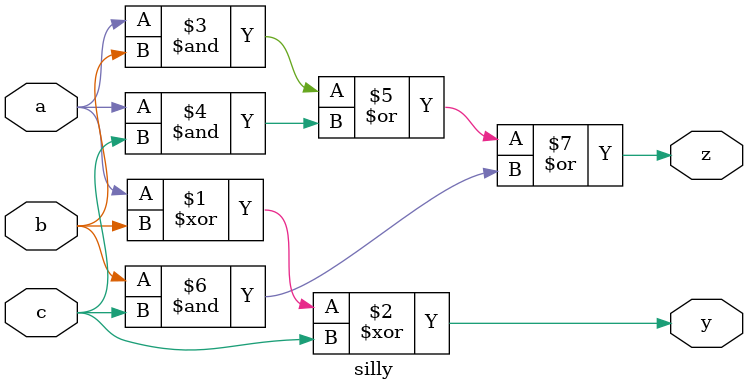
<source format=sv>
module silly (input  logic a, b, c, output logic y,z);
   
  assign y = a ^ b ^ c;
  assign z = a & b | a & c | b & c;
   
endmodule

</source>
